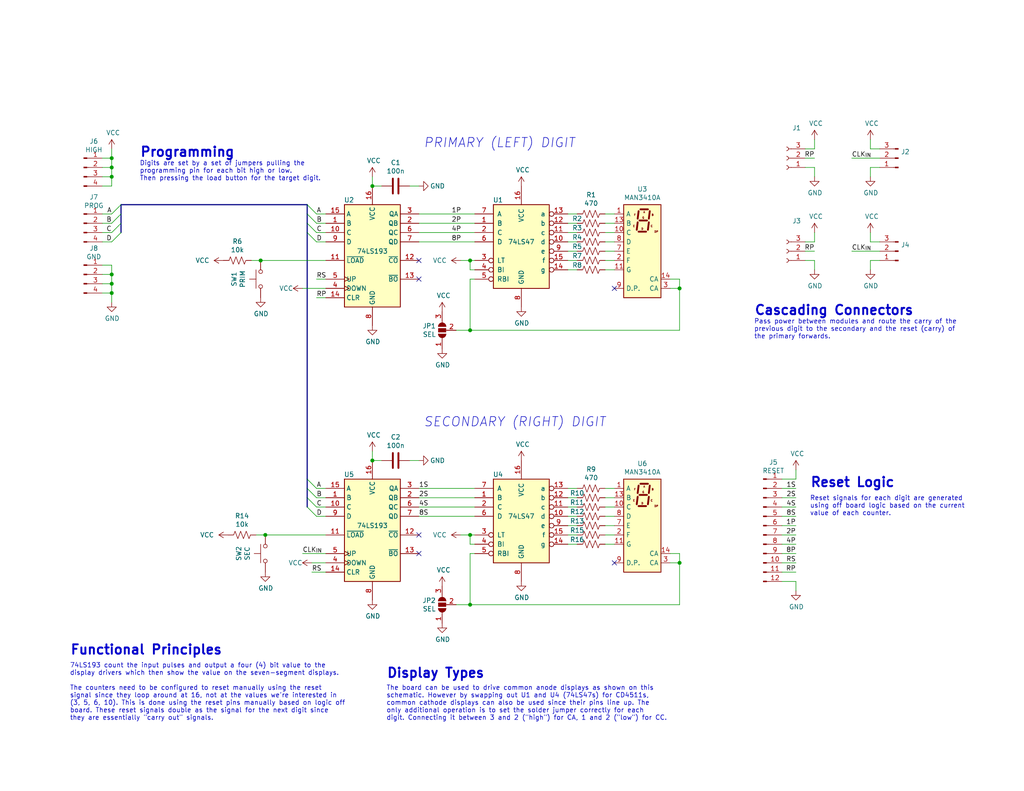
<source format=kicad_sch>
(kicad_sch (version 20211123) (generator eeschema)
  (paper "USLetter")
  (title_block (title "Clock Display Board") (date "2021-11-28") (rev "1") (company "Savo Bajic") (comment 2 "Can be used with CC displays by swapping U1/4 for CD4511s") (comment 3 "Recives signal and power via J2/J4 and outputs to J1/J3") (comment 4 "Hardware only clock display module"))
  (lib_symbols
    (symbol "74xx:74LS193"
      (property "Reference" "U" (at -7.62 13.97 0))
      (property "Value" "74LS193" (at 5.08 13.97 0))
      (symbol "74LS193_1_0"
        (pin input line (at -12.7 7.62 0) (length 5.08) (name "B") (number "1"))
        (pin input line (at -12.7 5.08 0) (length 5.08) (name "C") (number "10"))
        (pin input line (at -12.7 -2.54 0) (length 5.08) (name "~{LOAD}") (number "11"))
        (pin output line (at 12.7 -2.54 180) (length 5.08) (name "~{CO}") (number "12"))
        (pin output line (at 12.7 -7.62 180) (length 5.08) (name "~{BO}") (number "13"))
        (pin input line (at -12.7 -12.7 0) (length 5.08) (name "CLR") (number "14"))
        (pin input line (at -12.7 10.16 0) (length 5.08) (name "A") (number "15"))
        (pin power_in line (at 0 17.78 270) (length 5.08) (name "VCC") (number "16"))
        (pin output line (at 12.7 7.62 180) (length 5.08) (name "QB") (number "2"))
        (pin output line (at 12.7 10.16 180) (length 5.08) (name "QA") (number "3"))
        (pin input clock (at -12.7 -10.16 0) (length 5.08) (name "DOWN") (number "4"))
        (pin input clock (at -12.7 -7.62 0) (length 5.08) (name "UP") (number "5"))
        (pin output line (at 12.7 5.08 180) (length 5.08) (name "QC") (number "6"))
        (pin output line (at 12.7 2.54 180) (length 5.08) (name "QD") (number "7"))
        (pin power_in line (at 0 -20.32 90) (length 5.08) (name "GND") (number "8"))
        (pin input line (at -12.7 2.54 0) (length 5.08) (name "D") (number "9"))
      )
      (symbol "74LS193_1_1"
        (rectangle (start -7.62 12.7) (end 7.62 -15.24) (stroke (width 0.254)) (fill (type background)))
      )
    )
    (symbol "74xx:74LS47" (pin_names (offset 1.016))
      (property "Reference" "U" (at -7.62 11.43 0))
      (property "Value" "74LS47" (at -7.62 -13.97 0))
      (symbol "74LS47_1_0"
        (pin input line (at -12.7 5.08 0) (length 5.08) (name "B") (number "1"))
        (pin open_collector inverted (at 12.7 0 180) (length 5.08) (name "d") (number "10"))
        (pin open_collector inverted (at 12.7 2.54 180) (length 5.08) (name "c") (number "11"))
        (pin open_collector inverted (at 12.7 5.08 180) (length 5.08) (name "b") (number "12"))
        (pin open_collector inverted (at 12.7 7.62 180) (length 5.08) (name "a") (number "13"))
        (pin open_collector inverted (at 12.7 -7.62 180) (length 5.08) (name "g") (number "14"))
        (pin open_collector inverted (at 12.7 -5.08 180) (length 5.08) (name "f") (number "15"))
        (pin power_in line (at 0 15.24 270) (length 5.08) (name "VCC") (number "16"))
        (pin input line (at -12.7 2.54 0) (length 5.08) (name "C") (number "2"))
        (pin input inverted (at -12.7 -5.08 0) (length 5.08) (name "LT") (number "3"))
        (pin input inverted (at -12.7 -7.62 0) (length 5.08) (name "BI") (number "4"))
        (pin input inverted (at -12.7 -10.16 0) (length 5.08) (name "RBI") (number "5"))
        (pin input line (at -12.7 0 0) (length 5.08) (name "D") (number "6"))
        (pin input line (at -12.7 7.62 0) (length 5.08) (name "A") (number "7"))
        (pin power_in line (at 0 -17.78 90) (length 5.08) (name "GND") (number "8"))
        (pin open_collector inverted (at 12.7 -2.54 180) (length 5.08) (name "e") (number "9"))
      )
      (symbol "74LS47_1_1"
        (rectangle (start -7.62 10.16) (end 7.62 -12.7) (stroke (width 0.254)) (fill (type background)))
      )
    )
    (symbol "Connector:Conn_01x03_Female" (pin_names (offset 1.016) hide)
      (property "Reference" "J" (at 0 5.08 0))
      (property "Value" "Conn_01x03_Female" (at 0 -5.08 0))
      (symbol "Conn_01x03_Female_1_1"
        (arc (start 0 -2.032) (mid -0.508 -2.54) (end 0 -3.048) (stroke (width 0.1524)))
        (polyline (pts (xy -1.27 -2.54) (xy -0.508 -2.54)) (stroke (width 0.1524)))
        (polyline (pts (xy -1.27 0) (xy -0.508 0)) (stroke (width 0.1524)))
        (polyline (pts (xy -1.27 2.54) (xy -0.508 2.54)) (stroke (width 0.1524)))
        (arc (start 0 0.508) (mid -0.508 0) (end 0 -0.508) (stroke (width 0.1524)))
        (arc (start 0 3.048) (mid -0.508 2.54) (end 0 2.032) (stroke (width 0.1524)))
        (pin passive line (at -5.08 2.54 0) (length 3.81) (name "Pin_1") (number "1"))
        (pin passive line (at -5.08 0 0) (length 3.81) (name "Pin_2") (number "2"))
        (pin passive line (at -5.08 -2.54 0) (length 3.81) (name "Pin_3") (number "3"))
      )
    )
    (symbol "Connector:Conn_01x03_Male" (pin_names (offset 1.016) hide)
      (property "Reference" "J" (at 0 5.08 0))
      (property "Value" "Conn_01x03_Male" (at 0 -5.08 0))
      (symbol "Conn_01x03_Male_1_1"
        (polyline (pts (xy 1.27 -2.54) (xy 0.8636 -2.54)) (stroke (width 0.1524)))
        (polyline (pts (xy 1.27 0) (xy 0.8636 0)) (stroke (width 0.1524)))
        (polyline (pts (xy 1.27 2.54) (xy 0.8636 2.54)) (stroke (width 0.1524)))
        (rectangle (start 0.8636 -2.413) (end 0 -2.667) (stroke (width 0.1524)) (fill (type outline)))
        (rectangle (start 0.8636 0.127) (end 0 -0.127) (stroke (width 0.1524)) (fill (type outline)))
        (rectangle (start 0.8636 2.667) (end 0 2.413) (stroke (width 0.1524)) (fill (type outline)))
        (pin passive line (at 5.08 2.54 180) (length 3.81) (name "Pin_1") (number "1"))
        (pin passive line (at 5.08 0 180) (length 3.81) (name "Pin_2") (number "2"))
        (pin passive line (at 5.08 -2.54 180) (length 3.81) (name "Pin_3") (number "3"))
      )
    )
    (symbol "Connector:Conn_01x04_Male" (pin_names (offset 1.016) hide)
      (property "Reference" "J" (at 0 5.08 0))
      (property "Value" "Conn_01x04_Male" (at 0 -7.62 0))
      (symbol "Conn_01x04_Male_1_1"
        (polyline (pts (xy 1.27 -5.08) (xy 0.8636 -5.08)) (stroke (width 0.1524)))
        (polyline (pts (xy 1.27 -2.54) (xy 0.8636 -2.54)) (stroke (width 0.1524)))
        (polyline (pts (xy 1.27 0) (xy 0.8636 0)) (stroke (width 0.1524)))
        (polyline (pts (xy 1.27 2.54) (xy 0.8636 2.54)) (stroke (width 0.1524)))
        (rectangle (start 0.8636 -4.953) (end 0 -5.207) (stroke (width 0.1524)) (fill (type outline)))
        (rectangle (start 0.8636 -2.413) (end 0 -2.667) (stroke (width 0.1524)) (fill (type outline)))
        (rectangle (start 0.8636 0.127) (end 0 -0.127) (stroke (width 0.1524)) (fill (type outline)))
        (rectangle (start 0.8636 2.667) (end 0 2.413) (stroke (width 0.1524)) (fill (type outline)))
        (pin passive line (at 5.08 2.54 180) (length 3.81) (name "Pin_1") (number "1"))
        (pin passive line (at 5.08 0 180) (length 3.81) (name "Pin_2") (number "2"))
        (pin passive line (at 5.08 -2.54 180) (length 3.81) (name "Pin_3") (number "3"))
        (pin passive line (at 5.08 -5.08 180) (length 3.81) (name "Pin_4") (number "4"))
      )
    )
    (symbol "Connector:Conn_01x12_Male" (pin_names (offset 1.016) hide)
      (property "Reference" "J" (at 0 15.24 0))
      (property "Value" "Conn_01x12_Male" (at 0 -17.78 0))
      (symbol "Conn_01x12_Male_1_1"
        (polyline (pts (xy 1.27 -15.24) (xy 0.8636 -15.24)) (stroke (width 0.1524)))
        (polyline (pts (xy 1.27 -12.7) (xy 0.8636 -12.7)) (stroke (width 0.1524)))
        (polyline (pts (xy 1.27 -10.16) (xy 0.8636 -10.16)) (stroke (width 0.1524)))
        (polyline (pts (xy 1.27 -7.62) (xy 0.8636 -7.62)) (stroke (width 0.1524)))
        (polyline (pts (xy 1.27 -5.08) (xy 0.8636 -5.08)) (stroke (width 0.1524)))
        (polyline (pts (xy 1.27 -2.54) (xy 0.8636 -2.54)) (stroke (width 0.1524)))
        (polyline (pts (xy 1.27 0) (xy 0.8636 0)) (stroke (width 0.1524)))
        (polyline (pts (xy 1.27 2.54) (xy 0.8636 2.54)) (stroke (width 0.1524)))
        (polyline (pts (xy 1.27 5.08) (xy 0.8636 5.08)) (stroke (width 0.1524)))
        (polyline (pts (xy 1.27 7.62) (xy 0.8636 7.62)) (stroke (width 0.1524)))
        (polyline (pts (xy 1.27 10.16) (xy 0.8636 10.16)) (stroke (width 0.1524)))
        (polyline (pts (xy 1.27 12.7) (xy 0.8636 12.7)) (stroke (width 0.1524)))
        (rectangle (start 0.8636 -15.113) (end 0 -15.367) (stroke (width 0.1524)) (fill (type outline)))
        (rectangle (start 0.8636 -12.573) (end 0 -12.827) (stroke (width 0.1524)) (fill (type outline)))
        (rectangle (start 0.8636 -10.033) (end 0 -10.287) (stroke (width 0.1524)) (fill (type outline)))
        (rectangle (start 0.8636 -7.493) (end 0 -7.747) (stroke (width 0.1524)) (fill (type outline)))
        (rectangle (start 0.8636 -4.953) (end 0 -5.207) (stroke (width 0.1524)) (fill (type outline)))
        (rectangle (start 0.8636 -2.413) (end 0 -2.667) (stroke (width 0.1524)) (fill (type outline)))
        (rectangle (start 0.8636 0.127) (end 0 -0.127) (stroke (width 0.1524)) (fill (type outline)))
        (rectangle (start 0.8636 2.667) (end 0 2.413) (stroke (width 0.1524)) (fill (type outline)))
        (rectangle (start 0.8636 5.207) (end 0 4.953) (stroke (width 0.1524)) (fill (type outline)))
        (rectangle (start 0.8636 7.747) (end 0 7.493) (stroke (width 0.1524)) (fill (type outline)))
        (rectangle (start 0.8636 10.287) (end 0 10.033) (stroke (width 0.1524)) (fill (type outline)))
        (rectangle (start 0.8636 12.827) (end 0 12.573) (stroke (width 0.1524)) (fill (type outline)))
        (pin passive line (at 5.08 12.7 180) (length 3.81) (name "Pin_1") (number "1"))
        (pin passive line (at 5.08 -10.16 180) (length 3.81) (name "Pin_10") (number "10"))
        (pin passive line (at 5.08 -12.7 180) (length 3.81) (name "Pin_11") (number "11"))
        (pin passive line (at 5.08 -15.24 180) (length 3.81) (name "Pin_12") (number "12"))
        (pin passive line (at 5.08 10.16 180) (length 3.81) (name "Pin_2") (number "2"))
        (pin passive line (at 5.08 7.62 180) (length 3.81) (name "Pin_3") (number "3"))
        (pin passive line (at 5.08 5.08 180) (length 3.81) (name "Pin_4") (number "4"))
        (pin passive line (at 5.08 2.54 180) (length 3.81) (name "Pin_5") (number "5"))
        (pin passive line (at 5.08 0 180) (length 3.81) (name "Pin_6") (number "6"))
        (pin passive line (at 5.08 -2.54 180) (length 3.81) (name "Pin_7") (number "7"))
        (pin passive line (at 5.08 -5.08 180) (length 3.81) (name "Pin_8") (number "8"))
        (pin passive line (at 5.08 -7.62 180) (length 3.81) (name "Pin_9") (number "9"))
      )
    )
    (symbol "Device:C" (pin_numbers hide) (pin_names (offset 0.254))
      (property "Reference" "C" (at 0.635 2.54 0))
      (property "Value" "C" (at 0.635 -2.54 0))
      (symbol "C_0_1"
        (polyline (pts (xy -2.032 -0.762) (xy 2.032 -0.762)) (stroke (width 0.508)))
        (polyline (pts (xy -2.032 0.762) (xy 2.032 0.762)) (stroke (width 0.508)))
      )
      (symbol "C_1_1"
        (pin passive line (at 0 3.81 270) (length 2.794) (name "~") (number "1"))
        (pin passive line (at 0 -3.81 90) (length 2.794) (name "~") (number "2"))
      )
    )
    (symbol "Device:R_US" (pin_numbers hide) (pin_names (offset 0))
      (property "Reference" "R" (at 2.54 0 90))
      (property "Value" "R_US" (at -2.54 0 90))
      (symbol "R_US_0_1"
        (polyline (pts (xy 0 -2.286) (xy 0 -2.54)))
        (polyline (pts (xy 0 2.286) (xy 0 2.54)))
        (polyline (pts (xy 0 -0.762) (xy 1.016 -1.143) (xy 0 -1.524) (xy -1.016 -1.905) (xy 0 -2.286)))
        (polyline (pts (xy 0 0.762) (xy 1.016 0.381) (xy 0 0) (xy -1.016 -0.381) (xy 0 -0.762)))
        (polyline (pts (xy 0 2.286) (xy 1.016 1.905) (xy 0 1.524) (xy -1.016 1.143) (xy 0 0.762)))
      )
      (symbol "R_US_1_1"
        (pin passive line (at 0 3.81 270) (length 1.27) (name "~") (number "1"))
        (pin passive line (at 0 -3.81 90) (length 1.27) (name "~") (number "2"))
      )
    )
    (symbol "Display_Character:MAN3410A" (pin_names (offset 0.635))
      (property "Reference" "U" (at -2.54 13.97 0))
      (property "Value" "MAN3410A" (at 5.08 -14.224 0))
      (symbol "MAN3410A_0_0"
        (text "A" (at 0.508 10.668 0) (effects (font (size 0.508 0.508))))
        (text "B" (at 2.794 9.906 0) (effects (font (size 0.508 0.508))))
        (text "C" (at 2.54 6.858 0) (effects (font (size 0.508 0.508))))
        (text "D" (at 0 6.096 0) (effects (font (size 0.508 0.508))))
        (text "DP" (at 3.81 5.334 0) (effects (font (size 0.508 0.508))))
        (text "E" (at -2.286 6.858 0) (effects (font (size 0.508 0.508))))
        (text "F" (at -2.032 9.906 0) (effects (font (size 0.508 0.508))))
        (text "G" (at 0.254 9.144 0) (effects (font (size 0.508 0.508))))
      )
      (symbol "MAN3410A_0_1"
        (rectangle (start -5.08 12.7) (end 5.08 -12.7) (stroke (width 0.254)) (fill (type background)))
        (polyline (pts (xy -1.27 7.874) (xy -1.524 5.842)) (stroke (width 0.508)))
        (polyline (pts (xy -1.016 5.334) (xy 1.016 5.334)) (stroke (width 0.508)))
        (polyline (pts (xy -1.016 10.922) (xy -1.27 8.89)) (stroke (width 0.508)))
        (polyline (pts (xy -0.762 8.382) (xy 1.27 8.382)) (stroke (width 0.508)))
        (polyline (pts (xy -0.508 11.43) (xy 1.524 11.43)) (stroke (width 0.508)))
        (polyline (pts (xy 1.778 7.874) (xy 1.524 5.842)) (stroke (width 0.508)))
        (polyline (pts (xy 2.032 10.922) (xy 1.778 8.89)) (stroke (width 0.508)))
        (polyline (pts (xy 2.794 5.334) (xy 2.794 5.334)) (stroke (width 0.508)))
      )
      (symbol "MAN3410A_1_1"
        (pin input line (at -7.62 10.16 0) (length 2.54) (name "A") (number "1"))
        (pin input line (at -7.62 5.08 0) (length 2.54) (name "C") (number "10"))
        (pin input line (at -7.62 -5.08 0) (length 2.54) (name "G") (number "11"))
        (pin no_connect line (at 7.62 -5.08 180) (length 2.54) hide (name "NC") (number "12"))
        (pin input line (at -7.62 7.62 0) (length 2.54) (name "B") (number "13"))
        (pin input line (at 7.62 -7.62 180) (length 2.54) (name "CA") (number "14"))
        (pin input line (at -7.62 -2.54 0) (length 2.54) (name "F") (number "2"))
        (pin input line (at 7.62 -10.16 180) (length 2.54) (name "CA") (number "3"))
        (pin no_connect line (at 7.62 2.54 180) (length 2.54) hide (name "NC") (number "4"))
        (pin no_connect line (at 7.62 0 180) (length 2.54) hide (name "NC") (number "5"))
        (pin no_connect line (at 7.62 -2.54 180) (length 2.54) hide (name "NC") (number "6"))
        (pin input line (at -7.62 0 0) (length 2.54) (name "E") (number "7"))
        (pin input line (at -7.62 2.54 0) (length 2.54) (name "D") (number "8"))
        (pin input line (at -7.62 -10.16 0) (length 2.54) (name "D.P.") (number "9"))
      )
    )
    (symbol "Jumper:SolderJumper_3_Open" (pin_names (offset 0) hide)
      (property "Reference" "JP" (at -2.54 -2.54 0))
      (property "Value" "SolderJumper_3_Open" (at 0 2.794 0))
      (symbol "SolderJumper_3_Open_0_1"
        (arc (start -1.016 1.016) (mid -2.032 0) (end -1.016 -1.016))
        (arc (start -1.016 1.016) (mid -2.032 0) (end -1.016 -1.016) (fill (type outline)))
        (rectangle (start -0.508 1.016) (end 0.508 -1.016) (fill (type outline)))
        (polyline (pts (xy -2.54 0) (xy -2.032 0)))
        (polyline (pts (xy -1.016 1.016) (xy -1.016 -1.016)))
        (polyline (pts (xy 0 -1.27) (xy 0 -1.016)))
        (polyline (pts (xy 1.016 1.016) (xy 1.016 -1.016)))
        (polyline (pts (xy 2.54 0) (xy 2.032 0)))
        (arc (start 1.016 -1.016) (mid 2.032 0) (end 1.016 1.016))
        (arc (start 1.016 -1.016) (mid 2.032 0) (end 1.016 1.016) (fill (type outline)))
      )
      (symbol "SolderJumper_3_Open_1_1"
        (pin passive line (at -5.08 0 0) (length 2.54) (name "A") (number "1"))
        (pin input line (at 0 -3.81 90) (length 2.54) (name "C") (number "2"))
        (pin passive line (at 5.08 0 180) (length 2.54) (name "B") (number "3"))
      )
    )
    (symbol "Switch:SW_Push" (pin_numbers hide) (pin_names (offset 1.016) hide)
      (property "Reference" "SW" (at 1.27 2.54 0))
      (property "Value" "SW_Push" (at 0 -1.524 0))
      (symbol "SW_Push_0_1"
        (circle (center -2.032 0) (radius 0.508))
        (polyline (pts (xy 0 1.27) (xy 0 3.048)))
        (polyline (pts (xy 2.54 1.27) (xy -2.54 1.27)))
        (circle (center 2.032 0) (radius 0.508))
        (pin passive line (at -5.08 0 0) (length 2.54) (name "1") (number "1"))
        (pin passive line (at 5.08 0 180) (length 2.54) (name "2") (number "2"))
      )
    )
    (symbol "power:GND" (power) (pin_names (offset 0))
      (property "Value" "GND" (at 0 -3.81 0))
      (symbol "GND_0_1"
        (polyline (pts (xy 0 0) (xy 0 -1.27) (xy 1.27 -1.27) (xy 0 -2.54) (xy -1.27 -1.27) (xy 0 -1.27)))
      )
      (symbol "GND_1_1"
        (pin power_in line (at 0 0 270) (length 0) hide (name "GND") (number "1"))
      )
    )
    (symbol "power:VCC" (power) (pin_names (offset 0))
      (property "Value" "VCC" (at 0 3.81 0))
      (symbol "VCC_0_1"
        (polyline (pts (xy -0.762 1.27) (xy 0 2.54)))
        (polyline (pts (xy 0 0) (xy 0 2.54)))
        (polyline (pts (xy 0 2.54) (xy 0.762 1.27)))
      )
      (symbol "VCC_1_1"
        (pin power_in line (at 0 0 90) (length 0) hide (name "VCC") (number "1"))
      )
    )
  )
  (junction (at 30.48 80.01))
  (junction (at 30.48 48.26))
  (junction (at 30.48 43.18))
  (junction (at 72.39 146.05))
  (junction (at 30.48 77.47))
  (junction (at 185.42 153.67))
  (junction (at 30.48 74.93))
  (junction (at 128.27 165.1))
  (junction (at 71.12 71.12))
  (junction (at 101.6 125.73))
  (junction (at 101.6 50.8))
  (junction (at 128.27 90.17))
  (junction (at 30.48 45.72))
  (junction (at 128.27 146.05))
  (junction (at 185.42 78.74))
  (junction (at 128.27 71.12))
  (no_connect (at 114.3 71.12))
  (no_connect (at 167.64 153.67))
  (no_connect (at 114.3 146.05))
  (no_connect (at 167.64 78.74))
  (no_connect (at 114.3 76.2))
  (no_connect (at 114.3 151.13))
  (bus_entry (at 83.82 58.42) (size 2.54 2.54))
  (bus_entry (at 30.48 63.5) (size 2.54 -2.54))
  (bus_entry (at 83.82 63.5) (size 2.54 2.54))
  (bus_entry (at 30.48 60.96) (size 2.54 -2.54))
  (bus_entry (at 83.82 130.81) (size 2.54 2.54))
  (bus_entry (at 83.82 60.96) (size 2.54 2.54))
  (bus_entry (at 83.82 133.35) (size 2.54 2.54))
  (bus_entry (at 30.48 66.04) (size 2.54 -2.54))
  (bus_entry (at 83.82 135.89) (size 2.54 2.54))
  (bus_entry (at 30.48 58.42) (size 2.54 -2.54))
  (bus_entry (at 83.82 55.88) (size 2.54 2.54))
  (bus_entry (at 83.82 138.43) (size 2.54 2.54))
  (wire (pts (xy 27.94 45.72) (xy 30.48 45.72)))
  (wire (pts (xy 213.36 158.75) (xy 217.17 158.75)))
  (wire (pts (xy 128.27 76.2) (xy 128.27 90.17)))
  (wire (pts (xy 232.41 43.18) (xy 240.03 43.18)))
  (wire (pts (xy 213.36 130.81) (xy 217.17 130.81)))
  (wire (pts (xy 68.58 71.12) (xy 71.12 71.12)))
  (wire (pts (xy 125.73 71.12) (xy 128.27 71.12)))
  (wire (pts (xy 222.25 66.04) (xy 219.71 66.04)))
  (wire (pts (xy 217.17 161.29) (xy 217.17 158.75)))
  (wire (pts (xy 154.94 68.58) (xy 157.48 68.58)))
  (wire (pts (xy 217.17 130.81) (xy 217.17 128.27)))
  (wire (pts (xy 82.55 78.74) (xy 88.9 78.74)))
  (wire (pts (xy 27.94 58.42) (xy 30.48 58.42)))
  (wire (pts (xy 128.27 151.13) (xy 128.27 165.1)))
  (wire (pts (xy 222.25 45.72) (xy 222.25 48.26)))
  (wire (pts (xy 114.3 133.35) (xy 129.54 133.35)))
  (wire (pts (xy 128.27 165.1) (xy 185.42 165.1)))
  (wire (pts (xy 165.1 140.97) (xy 167.64 140.97)))
  (wire (pts (xy 182.88 151.13) (xy 185.42 151.13)))
  (wire (pts (xy 232.41 68.58) (xy 240.03 68.58)))
  (wire (pts (xy 213.36 151.13) (xy 217.17 151.13)))
  (wire (pts (xy 128.27 90.17) (xy 185.42 90.17)))
  (wire (pts (xy 30.48 80.01) (xy 30.48 82.55)))
  (wire (pts (xy 182.88 76.2) (xy 185.42 76.2)))
  (wire (pts (xy 30.48 74.93) (xy 30.48 77.47)))
  (wire (pts (xy 165.1 146.05) (xy 167.64 146.05)))
  (wire (pts (xy 69.85 146.05) (xy 72.39 146.05)))
  (wire (pts (xy 154.94 60.96) (xy 157.48 60.96)))
  (wire (pts (xy 237.49 73.66) (xy 237.49 71.12)))
  (wire (pts (xy 114.3 125.73) (xy 111.76 125.73)))
  (wire (pts (xy 165.1 58.42) (xy 167.64 58.42)))
  (wire (pts (xy 213.36 143.51) (xy 217.17 143.51)))
  (wire (pts (xy 157.48 135.89) (xy 154.94 135.89)))
  (wire (pts (xy 104.14 50.8) (xy 101.6 50.8)))
  (wire (pts (xy 86.36 138.43) (xy 88.9 138.43)))
  (wire (pts (xy 185.42 153.67) (xy 182.88 153.67)))
  (wire (pts (xy 165.1 143.51) (xy 167.64 143.51)))
  (wire (pts (xy 86.36 60.96) (xy 88.9 60.96)))
  (wire (pts (xy 165.1 60.96) (xy 167.64 60.96)))
  (wire (pts (xy 219.71 40.64) (xy 222.25 40.64)))
  (wire (pts (xy 30.48 43.18) (xy 30.48 40.64)))
  (wire (pts (xy 157.48 143.51) (xy 154.94 143.51)))
  (wire (pts (xy 213.36 135.89) (xy 217.17 135.89)))
  (wire (pts (xy 237.49 48.26) (xy 237.49 45.72)))
  (wire (pts (xy 128.27 146.05) (xy 129.54 146.05)))
  (wire (pts (xy 86.36 140.97) (xy 88.9 140.97)))
  (wire (pts (xy 185.42 165.1) (xy 185.42 153.67)))
  (wire (pts (xy 27.94 60.96) (xy 30.48 60.96)))
  (wire (pts (xy 157.48 148.59) (xy 154.94 148.59)))
  (wire (pts (xy 213.36 148.59) (xy 217.17 148.59)))
  (wire (pts (xy 27.94 72.39) (xy 30.48 72.39)))
  (wire (pts (xy 86.36 135.89) (xy 88.9 135.89)))
  (wire (pts (xy 114.3 60.96) (xy 129.54 60.96)))
  (wire (pts (xy 128.27 73.66) (xy 129.54 73.66)))
  (bus (pts (xy 83.82 63.5) (xy 83.82 130.81)))
  (wire (pts (xy 154.94 73.66) (xy 157.48 73.66)))
  (wire (pts (xy 124.46 90.17) (xy 128.27 90.17)))
  (bus (pts (xy 83.82 130.81) (xy 83.82 133.35)))
  (wire (pts (xy 86.36 58.42) (xy 88.9 58.42)))
  (wire (pts (xy 185.42 78.74) (xy 185.42 76.2)))
  (wire (pts (xy 27.94 77.47) (xy 30.48 77.47)))
  (wire (pts (xy 165.1 73.66) (xy 167.64 73.66)))
  (wire (pts (xy 30.48 77.47) (xy 30.48 80.01)))
  (wire (pts (xy 30.48 45.72) (xy 30.48 43.18)))
  (wire (pts (xy 185.42 90.17) (xy 185.42 78.74)))
  (wire (pts (xy 72.39 146.05) (xy 88.9 146.05)))
  (wire (pts (xy 128.27 148.59) (xy 129.54 148.59)))
  (wire (pts (xy 125.73 146.05) (xy 128.27 146.05)))
  (wire (pts (xy 213.36 138.43) (xy 217.17 138.43)))
  (wire (pts (xy 71.12 71.12) (xy 88.9 71.12)))
  (wire (pts (xy 114.3 140.97) (xy 129.54 140.97)))
  (wire (pts (xy 27.94 80.01) (xy 30.48 80.01)))
  (bus (pts (xy 83.82 135.89) (xy 83.82 138.43)))
  (wire (pts (xy 86.36 81.28) (xy 88.9 81.28)))
  (bus (pts (xy 33.02 55.88) (xy 83.82 55.88)))
  (wire (pts (xy 165.1 133.35) (xy 167.64 133.35)))
  (wire (pts (xy 165.1 138.43) (xy 167.64 138.43)))
  (wire (pts (xy 182.88 78.74) (xy 185.42 78.74)))
  (wire (pts (xy 114.3 63.5) (xy 129.54 63.5)))
  (wire (pts (xy 111.76 50.8) (xy 114.3 50.8)))
  (wire (pts (xy 124.46 165.1) (xy 128.27 165.1)))
  (wire (pts (xy 27.94 63.5) (xy 30.48 63.5)))
  (wire (pts (xy 114.3 66.04) (xy 129.54 66.04)))
  (bus (pts (xy 33.02 60.96) (xy 33.02 63.5)))
  (wire (pts (xy 165.1 148.59) (xy 167.64 148.59)))
  (wire (pts (xy 30.48 50.8) (xy 30.48 48.26)))
  (wire (pts (xy 157.48 146.05) (xy 154.94 146.05)))
  (bus (pts (xy 83.82 55.88) (xy 83.82 58.42)))
  (wire (pts (xy 154.94 63.5) (xy 157.48 63.5)))
  (wire (pts (xy 165.1 66.04) (xy 167.64 66.04)))
  (wire (pts (xy 222.25 40.64) (xy 222.25 38.1)))
  (wire (pts (xy 86.36 63.5) (xy 88.9 63.5)))
  (wire (pts (xy 114.3 58.42) (xy 129.54 58.42)))
  (bus (pts (xy 33.02 58.42) (xy 33.02 60.96)))
  (bus (pts (xy 83.82 58.42) (xy 83.82 60.96)))
  (bus (pts (xy 33.02 55.88) (xy 33.02 58.42)))
  (wire (pts (xy 237.49 45.72) (xy 240.03 45.72)))
  (wire (pts (xy 154.94 66.04) (xy 157.48 66.04)))
  (wire (pts (xy 237.49 71.12) (xy 240.03 71.12)))
  (wire (pts (xy 128.27 76.2) (xy 129.54 76.2)))
  (wire (pts (xy 157.48 140.97) (xy 154.94 140.97)))
  (wire (pts (xy 27.94 66.04) (xy 30.48 66.04)))
  (wire (pts (xy 154.94 58.42) (xy 157.48 58.42)))
  (wire (pts (xy 114.3 138.43) (xy 129.54 138.43)))
  (wire (pts (xy 165.1 68.58) (xy 167.64 68.58)))
  (wire (pts (xy 213.36 140.97) (xy 217.17 140.97)))
  (bus (pts (xy 83.82 133.35) (xy 83.82 135.89)))
  (wire (pts (xy 237.49 63.5) (xy 237.49 66.04)))
  (wire (pts (xy 85.09 156.21) (xy 88.9 156.21)))
  (wire (pts (xy 114.3 135.89) (xy 129.54 135.89)))
  (wire (pts (xy 237.49 66.04) (xy 240.03 66.04)))
  (wire (pts (xy 27.94 48.26) (xy 30.48 48.26)))
  (wire (pts (xy 101.6 123.19) (xy 101.6 125.73)))
  (wire (pts (xy 27.94 43.18) (xy 30.48 43.18)))
  (wire (pts (xy 128.27 151.13) (xy 129.54 151.13)))
  (wire (pts (xy 82.55 151.13) (xy 88.9 151.13)))
  (wire (pts (xy 85.09 153.67) (xy 88.9 153.67)))
  (wire (pts (xy 222.25 71.12) (xy 222.25 73.66)))
  (bus (pts (xy 83.82 60.96) (xy 83.82 63.5)))
  (wire (pts (xy 165.1 135.89) (xy 167.64 135.89)))
  (wire (pts (xy 222.25 63.5) (xy 222.25 66.04)))
  (wire (pts (xy 154.94 71.12) (xy 157.48 71.12)))
  (wire (pts (xy 101.6 50.8) (xy 101.6 48.26)))
  (wire (pts (xy 86.36 76.2) (xy 88.9 76.2)))
  (wire (pts (xy 104.14 125.73) (xy 101.6 125.73)))
  (wire (pts (xy 157.48 133.35) (xy 154.94 133.35)))
  (wire (pts (xy 157.48 138.43) (xy 154.94 138.43)))
  (wire (pts (xy 213.36 153.67) (xy 217.17 153.67)))
  (wire (pts (xy 213.36 156.21) (xy 217.17 156.21)))
  (wire (pts (xy 237.49 40.64) (xy 240.03 40.64)))
  (wire (pts (xy 165.1 71.12) (xy 167.64 71.12)))
  (wire (pts (xy 185.42 151.13) (xy 185.42 153.67)))
  (wire (pts (xy 237.49 38.1) (xy 237.49 40.64)))
  (wire (pts (xy 30.48 48.26) (xy 30.48 45.72)))
  (wire (pts (xy 213.36 133.35) (xy 217.17 133.35)))
  (wire (pts (xy 128.27 146.05) (xy 128.27 148.59)))
  (wire (pts (xy 30.48 72.39) (xy 30.48 74.93)))
  (wire (pts (xy 86.36 66.04) (xy 88.9 66.04)))
  (wire (pts (xy 27.94 50.8) (xy 30.48 50.8)))
  (wire (pts (xy 128.27 71.12) (xy 128.27 73.66)))
  (wire (pts (xy 219.71 45.72) (xy 222.25 45.72)))
  (wire (pts (xy 222.25 43.18) (xy 219.71 43.18)))
  (wire (pts (xy 86.36 133.35) (xy 88.9 133.35)))
  (wire (pts (xy 213.36 146.05) (xy 217.17 146.05)))
  (wire (pts (xy 165.1 63.5) (xy 167.64 63.5)))
  (wire (pts (xy 27.94 74.93) (xy 30.48 74.93)))
  (wire (pts (xy 219.71 68.58) (xy 222.25 68.58)))
  (wire (pts (xy 128.27 71.12) (xy 129.54 71.12)))
  (wire (pts (xy 219.71 71.12) (xy 222.25 71.12)))
  (text "Functional Principles" (at 19.05 179.07 0) (effects (font (size 2.5654 2.5654) (thickness 0.5131) bold) (justify left bottom)))
  (text "74LS193 count the input pulses and output a four (4) bit value to the\ndisplay drivers which then show the value on the seven-segment displays.\n\nThe counters need to be configured to reset manually using the reset\nsignal since they loop around at 16, not at the values we're interested in\n(3, 5, 6, 10). This is done using the reset pins manually based on logic off\nboard. These reset signals double as the signal for the next digit since\nthey are essentially \"carry out\" signals." (at 19.05 196.85 0) (effects (font (size 1.27 1.27)) (justify left bottom)))
  (text "Programming" (at 38.1 43.18 0) (effects (font (size 2.5654 2.5654) (thickness 0.5131) bold) (justify left bottom)))
  (text "Digits are set by a set of jumpers pulling the\nprogramming pin for each bit high or low.\nThen pressing the load button for the target digit." (at 38.1 49.53 0) (effects (font (size 1.27 1.27)) (justify left bottom)))
  (text "PRIMARY (LEFT) DIGIT" (at 115.57 40.64 0) (effects (font (size 2.54 2.54) italic) (justify left bottom)))
  (text "Reset Logic" (at 220.98 133.35 0) (effects (font (size 2.5654 2.5654) (thickness 0.5131) bold) (justify left bottom)))
  (text "The board can be used to drive common anode displays as shown on this\nschematic. However by swapping out U1 and U4 (74LS47s) for CD4511s,\ncommon cathode displays can also be used since their pins line up. The\nonly additional operation is to set the solder jumper correctly for each\ndigit. Connecting it between 3 and 2 (\"high\") for CA, 1 and 2 (\"low\") for CC." (at 105.41 196.85 0) (effects (font (size 1.27 1.27)) (justify left bottom)))
  (text "SECONDARY (RIGHT) DIGIT" (at 115.57 116.84 0) (effects (font (size 2.54 2.54) italic) (justify left bottom)))
  (text "Display Types" (at 105.41 185.42 0) (effects (font (size 2.5654 2.5654) (thickness 0.5131) bold) (justify left bottom)))
  (text "Cascading Connectors" (at 205.74 86.36 0) (effects (font (size 2.5654 2.5654) (thickness 0.5131) bold) (justify left bottom)))
  (text "Reset signals for each digit are generated\nusing off board logic based on the current\nvalue of each counter." (at 220.98 140.97 0) (effects (font (size 1.27 1.27)) (justify left bottom)))
  (text "Pass power between modules and route the carry of the\nprevious digit to the secondary and the reset (carry) of\nthe primary forwards." (at 205.74 92.71 0) (effects (font (size 1.27 1.27)) (justify left bottom)))
  (label "CLK_{IN}" (at 232.41 68.58 0))
  (label "C" (at 86.36 63.5 0))
  (label "8S" (at 114.3 140.97 0))
  (label "D" (at 86.36 66.04 0))
  (label "RP" (at 222.25 68.58 180))
  (label "2S" (at 114.3 135.89 0))
  (label "8P" (at 217.17 151.13 180))
  (label "D" (at 30.48 66.04 180))
  (label "2P" (at 217.17 146.05 180))
  (label "RP" (at 86.36 81.28 0))
  (label "2S" (at 217.17 135.89 180))
  (label "C" (at 30.48 63.5 180))
  (label "1S" (at 114.3 133.35 0))
  (label "RP" (at 217.17 156.21 180))
  (label "4P" (at 123.19 63.5 0))
  (label "A" (at 86.36 58.42 0))
  (label "B" (at 86.36 135.89 0))
  (label "B" (at 86.36 60.96 0))
  (label "RS" (at 217.17 153.67 180))
  (label "A" (at 86.36 133.35 0))
  (label "CLK_{IN}" (at 82.55 151.13 0))
  (label "D" (at 86.36 140.97 0))
  (label "RS" (at 85.09 156.21 0))
  (label "RS" (at 86.36 76.2 0))
  (label "4S" (at 114.3 138.43 0))
  (label "RP" (at 222.25 43.18 180))
  (label "8P" (at 123.19 66.04 0))
  (label "A" (at 30.48 58.42 180))
  (label "8S" (at 217.17 140.97 180))
  (label "CLK_{IN}" (at 232.41 43.18 0))
  (label "1P" (at 123.19 58.42 0))
  (label "B" (at 30.48 60.96 180))
  (label "2P" (at 123.19 60.96 0))
  (label "C" (at 86.36 138.43 0))
  (label "1P" (at 217.17 143.51 180))
  (label "4P" (at 217.17 148.59 180))
  (label "4S" (at 217.17 138.43 180))
  (label "1S" (at 217.17 133.35 180))
  (symbol (lib_id "Jumper:SolderJumper_3_Open") (at 120.65 165.1 90) (unit 1)
    (property "Reference" "JP2" (at 118.9228 163.9316 90) (effects (justify left)))
    (property "Value" "SEL" (at 118.9228 166.243 90) (effects (justify left)))
    (property "Footprint" "Jumper:SolderJumper-3_P1.3mm_Open_RoundedPad1.0x1.5mm" (effects hide))
  )
  (symbol (lib_id "Device:C") (at 107.95 125.73 90) (unit 1)
    (property "Reference" "C2" (at 107.95 119.3292 90))
    (property "Value" "100n" (at 107.95 121.6406 90))
    (property "Footprint" "Capacitor_THT:C_Disc_D3.8mm_W2.6mm_P2.50mm" (effects hide))
  )
  (symbol (lib_id "Device:C") (at 107.95 50.8 90) (unit 1)
    (property "Reference" "C1" (at 107.95 44.3992 90))
    (property "Value" "100n" (at 107.95 46.7106 90))
    (property "Footprint" "Capacitor_THT:C_Disc_D3.8mm_W2.6mm_P2.50mm" (effects hide))
  )
  (symbol (lib_id "Jumper:SolderJumper_3_Open") (at 120.65 90.17 90) (unit 1)
    (property "Reference" "JP1" (at 118.9482 89.0016 90) (effects (justify left)))
    (property "Value" "SEL" (at 118.9482 91.313 90) (effects (justify left)))
    (property "Footprint" "Jumper:SolderJumper-3_P1.3mm_Open_RoundedPad1.0x1.5mm" (effects hide))
  )
  (symbol (lib_id "power:GND") (at 120.65 95.25 0) (unit 1)
    (property "Reference" "#PWR020" (effects hide))
    (property "Value" "GND" (at 120.777 99.6442 0))
  )
  (symbol (lib_id "Device:R_US") (at 66.04 146.05 270) (unit 1)
    (property "Reference" "R14" (at 66.04 140.843 90))
    (property "Value" "10k" (at 66.04 143.1544 90))
    (property "Footprint" "Resistor_THT:R_Axial_DIN0207_L6.3mm_D2.5mm_P10.16mm_Horizontal" (effects hide))
  )
  (symbol (lib_id "power:GND") (at 120.65 170.18 0) (unit 1)
    (property "Reference" "#PWR033" (effects hide))
    (property "Value" "GND" (at 120.777 174.5742 0))
  )
  (symbol (lib_id "Device:R_US") (at 64.77 71.12 270) (unit 1)
    (property "Reference" "R6" (at 64.77 65.913 90))
    (property "Value" "10k" (at 64.77 68.2244 90))
    (property "Footprint" "Resistor_THT:R_Axial_DIN0207_L6.3mm_D2.5mm_P10.16mm_Horizontal" (effects hide))
  )
  (symbol (lib_id "power:GND") (at 114.3 50.8 90) (unit 1)
    (property "Reference" "#PWR06" (effects hide))
    (property "Value" "GND" (at 119.38 50.8 90))
  )
  (symbol (lib_id "power:GND") (at 114.3 125.73 90) (unit 1)
    (property "Reference" "#PWR022" (effects hide))
    (property "Value" "GND" (at 119.38 125.73 90))
  )
  (symbol (lib_id "power:GND") (at 71.12 81.28 0) (unit 1)
    (property "Reference" "#PWR016" (effects hide))
    (property "Value" "GND" (at 71.247 85.6742 0))
  )
  (symbol (lib_id "power:GND") (at 72.39 156.21 0) (unit 1)
    (property "Reference" "#PWR028" (effects hide))
    (property "Value" "GND" (at 72.517 160.6042 0))
  )
  (symbol (lib_id "Connector:Conn_01x04_Male") (at 22.86 45.72 0) (unit 1)
    (property "Reference" "J6" (at 25.6032 38.5826 0))
    (property "Value" "HIGH" (at 25.6032 40.894 0))
    (property "Footprint" "Connector_PinHeader_2.54mm:PinHeader_1x04_P2.54mm_Vertical" (effects hide))
  )
  (symbol (lib_id "Connector:Conn_01x04_Male") (at 22.86 60.96 0) (unit 1)
    (property "Reference" "J7" (at 25.6032 53.8226 0))
    (property "Value" "PROG" (at 25.6032 56.134 0))
    (property "Footprint" "Connector_PinHeader_2.54mm:PinHeader_1x04_P2.54mm_Vertical" (effects hide))
  )
  (symbol (lib_id "Connector:Conn_01x04_Male") (at 22.86 74.93 0) (unit 1)
    (property "Reference" "J8" (at 25.6032 67.7926 0))
    (property "Value" "GND" (at 25.6032 70.104 0))
    (property "Footprint" "Connector_PinHeader_2.54mm:PinHeader_1x04_P2.54mm_Vertical" (effects hide))
  )
  (symbol (lib_id "power:GND") (at 30.48 82.55 0) (unit 1)
    (property "Reference" "#PWR036" (effects hide))
    (property "Value" "GND" (at 30.607 86.9442 0))
  )
  (symbol (lib_id "power:VCC") (at 30.48 40.64 0) (unit 1)
    (property "Reference" "#PWR035" (effects hide))
    (property "Value" "VCC" (at 30.861 36.2458 0))
  )
  (symbol (lib_id "Connector:Conn_01x03_Male") (at 245.11 43.18 180) (unit 1)
    (property "Reference" "J2" (at 245.8212 41.4528 0) (effects (justify right)))
    (property "Value" "Conn_01x03_Male" (effects hide))
    (property "Footprint" "Connector_PinHeader_2.54mm:PinHeader_1x03_P2.54mm_Horizontal" (effects hide))
  )
  (symbol (lib_id "74xx:74LS47") (at 142.24 140.97 0) (unit 1)
    (property "Reference" "U4" (at 135.89 129.54 0))
    (property "Value" "74LS47" (at 142.24 140.97 0))
    (property "Footprint" "Package_DIP:DIP-16_W7.62mm" (effects hide))
    (property "Datasheet" "http://www.ti.com/lit/gpn/sn74LS47" (effects hide))
  )
  (symbol (lib_id "74xx:74LS193") (at 101.6 143.51 0) (unit 1)
    (property "Reference" "U5" (at 95.25 129.54 0))
    (property "Value" "74LS193" (at 101.6 143.51 0))
    (property "Footprint" "Package_DIP:DIP-16_W7.62mm" (effects hide))
    (property "Datasheet" "http://www.ti.com/lit/ds/symlink/sn74ls193.pdf" (effects hide))
  )
  (symbol (lib_id "Display_Character:MAN3410A") (at 175.26 143.51 0) (unit 1)
    (property "Reference" "U6" (at 175.26 126.5682 0))
    (property "Value" "MAN3410A" (at 175.26 128.8796 0))
    (property "Footprint" "Display_7Segment:MAN3410A" (effects hide))
    (property "Datasheet" "https://www.digchip.com/datasheets/parts/datasheet/161/MAN3640A-pdf.php" (effects hide))
  )
  (symbol (lib_id "Connector:Conn_01x12_Male") (at 208.28 143.51 0) (unit 1)
    (property "Reference" "J5" (at 211.0232 126.2126 0))
    (property "Value" "RESET" (at 211.0232 128.524 0))
    (property "Footprint" "Connector_PinHeader_2.54mm:PinHeader_1x12_P2.54mm_Horizontal" (effects hide))
  )
  (symbol (lib_id "Connector:Conn_01x03_Male") (at 245.11 68.58 180) (unit 1)
    (property "Reference" "J4" (at 245.8212 66.8528 0) (effects (justify right)))
    (property "Value" "Conn_01x03_Male" (effects hide))
    (property "Footprint" "Connector_PinHeader_2.54mm:PinHeader_1x03_P2.54mm_Horizontal" (effects hide))
  )
  (symbol (lib_id "Connector:Conn_01x03_Female") (at 214.63 43.18 180) (unit 1)
    (property "Reference" "J1" (at 217.3732 34.925 0))
    (property "Value" "Conn_01x03_Female" (effects hide))
    (property "Footprint" "Connector_PinSocket_2.54mm:PinSocket_1x03_P2.54mm_Horizontal" (effects hide))
  )
  (symbol (lib_id "Connector:Conn_01x03_Female") (at 214.63 68.58 180) (unit 1)
    (property "Reference" "J3" (at 217.3732 60.325 0))
    (property "Value" "Conn_01x03_Female" (effects hide))
    (property "Footprint" "Connector_PinSocket_2.54mm:PinSocket_1x03_P2.54mm_Horizontal" (effects hide))
  )
  (symbol (lib_id "power:VCC") (at 217.17 128.27 0) (unit 1)
    (property "Reference" "#PWR031" (effects hide))
    (property "Value" "VCC" (at 217.551 123.8758 0))
  )
  (symbol (lib_id "power:GND") (at 217.17 161.29 0) (unit 1)
    (property "Reference" "#PWR034" (effects hide))
    (property "Value" "GND" (at 217.297 165.6842 0))
  )
  (symbol (lib_id "74xx:74LS193") (at 101.6 68.58 0) (unit 1)
    (property "Reference" "U2" (at 95.25 54.61 0))
    (property "Value" "74LS193" (at 101.6 68.58 0))
    (property "Footprint" "Package_DIP:DIP-16_W7.62mm" (effects hide))
    (property "Datasheet" "http://www.ti.com/lit/ds/symlink/sn74ls193.pdf" (effects hide))
  )
  (symbol (lib_id "74xx:74LS47") (at 142.24 66.04 0) (unit 1)
    (property "Reference" "U1" (at 135.89 54.61 0))
    (property "Value" "74LS47" (at 142.24 66.04 0))
    (property "Footprint" "Package_DIP:DIP-16_W7.62mm" (effects hide))
    (property "Datasheet" "http://www.ti.com/lit/gpn/sn74LS47" (effects hide))
  )
  (symbol (lib_id "Display_Character:MAN3410A") (at 175.26 68.58 0) (unit 1)
    (property "Reference" "U3" (at 175.26 51.6382 0))
    (property "Value" "MAN3410A" (at 175.26 53.9496 0))
    (property "Footprint" "Display_7Segment:MAN3410A" (effects hide))
    (property "Datasheet" "https://www.digchip.com/datasheets/parts/datasheet/161/MAN3640A-pdf.php" (effects hide))
  )
  (symbol (lib_id "power:GND") (at 101.6 163.83 0) (unit 1)
    (property "Reference" "#PWR032" (effects hide))
    (property "Value" "GND" (at 101.727 168.2242 0))
  )
  (symbol (lib_id "power:GND") (at 142.24 158.75 0) (unit 1)
    (property "Reference" "#PWR029" (effects hide))
    (property "Value" "GND" (at 142.367 163.1442 0))
  )
  (symbol (lib_id "power:GND") (at 101.6 88.9 0) (unit 1)
    (property "Reference" "#PWR019" (effects hide))
    (property "Value" "GND" (at 101.727 93.2942 0))
  )
  (symbol (lib_id "power:GND") (at 142.24 83.82 0) (unit 1)
    (property "Reference" "#PWR017" (effects hide))
    (property "Value" "GND" (at 142.367 88.2142 0))
  )
  (symbol (lib_id "power:VCC") (at 101.6 48.26 0) (unit 1)
    (property "Reference" "#PWR07" (effects hide))
    (property "Value" "VCC" (at 101.981 43.8658 0))
  )
  (symbol (lib_id "power:VCC") (at 142.24 50.8 0) (unit 1)
    (property "Reference" "#PWR08" (effects hide))
    (property "Value" "VCC" (at 142.621 46.4058 0))
  )
  (symbol (lib_id "power:VCC") (at 120.65 85.09 0) (unit 1)
    (property "Reference" "#PWR018" (effects hide))
    (property "Value" "VCC" (at 121.031 80.6958 0))
  )
  (symbol (lib_id "power:VCC") (at 120.65 160.02 0) (unit 1)
    (property "Reference" "#PWR030" (effects hide))
    (property "Value" "VCC" (at 121.031 155.6258 0))
  )
  (symbol (lib_id "power:VCC") (at 101.6 123.19 0) (unit 1)
    (property "Reference" "#PWR023" (effects hide))
    (property "Value" "VCC" (at 101.981 118.7958 0))
  )
  (symbol (lib_id "power:VCC") (at 142.24 125.73 0) (unit 1)
    (property "Reference" "#PWR024" (effects hide))
    (property "Value" "VCC" (at 142.621 121.3358 0))
  )
  (symbol (lib_id "power:VCC") (at 85.09 153.67 90) (unit 1)
    (property "Reference" "#PWR027" (effects hide))
    (property "Value" "VCC" (at 82.55 153.67 90) (effects (justify left)))
  )
  (symbol (lib_id "power:VCC") (at 82.55 78.74 90) (unit 1)
    (property "Reference" "#PWR015" (effects hide))
    (property "Value" "VCC" (at 80.01 78.74 90) (effects (justify left)))
  )
  (symbol (lib_id "Device:R_US") (at 161.29 133.35 270) (unit 1)
    (property "Reference" "R9" (at 161.29 128.143 90))
    (property "Value" "470" (at 161.29 130.4544 90))
    (property "Footprint" "Resistor_THT:R_Axial_DIN0207_L6.3mm_D2.5mm_P10.16mm_Horizontal" (effects hide))
  )
  (symbol (lib_id "Device:R_US") (at 161.29 135.89 270) (unit 1)
    (property "Reference" "R10" (at 157.48 134.62 90))
    (property "Value" "470" (effects hide))
    (property "Footprint" "Resistor_THT:R_Axial_DIN0207_L6.3mm_D2.5mm_P10.16mm_Horizontal" (effects hide))
  )
  (symbol (lib_id "Device:R_US") (at 161.29 138.43 270) (unit 1)
    (property "Reference" "R11" (at 157.48 137.16 90))
    (property "Value" "470" (effects hide))
    (property "Footprint" "Resistor_THT:R_Axial_DIN0207_L6.3mm_D2.5mm_P10.16mm_Horizontal" (effects hide))
  )
  (symbol (lib_id "Device:R_US") (at 161.29 140.97 270) (unit 1)
    (property "Reference" "R12" (at 157.48 139.7 90))
    (property "Value" "470" (effects hide))
    (property "Footprint" "Resistor_THT:R_Axial_DIN0207_L6.3mm_D2.5mm_P10.16mm_Horizontal" (effects hide))
  )
  (symbol (lib_id "Device:R_US") (at 161.29 143.51 270) (unit 1)
    (property "Reference" "R13" (at 157.48 142.24 90))
    (property "Value" "470" (effects hide))
    (property "Footprint" "Resistor_THT:R_Axial_DIN0207_L6.3mm_D2.5mm_P10.16mm_Horizontal" (effects hide))
  )
  (symbol (lib_id "Device:R_US") (at 161.29 146.05 270) (unit 1)
    (property "Reference" "R15" (at 157.48 144.78 90))
    (property "Value" "470" (effects hide))
    (property "Footprint" "Resistor_THT:R_Axial_DIN0207_L6.3mm_D2.5mm_P10.16mm_Horizontal" (effects hide))
  )
  (symbol (lib_id "Device:R_US") (at 161.29 148.59 270) (unit 1)
    (property "Reference" "R16" (at 157.48 147.32 90))
    (property "Value" "470" (effects hide))
    (property "Footprint" "Resistor_THT:R_Axial_DIN0207_L6.3mm_D2.5mm_P10.16mm_Horizontal" (effects hide))
  )
  (symbol (lib_id "Device:R_US") (at 161.29 58.42 270) (unit 1)
    (property "Reference" "R1" (at 161.29 53.213 90))
    (property "Value" "470" (at 161.29 55.5244 90))
    (property "Footprint" "Resistor_THT:R_Axial_DIN0207_L6.3mm_D2.5mm_P10.16mm_Horizontal" (effects hide))
  )
  (symbol (lib_id "Device:R_US") (at 161.29 60.96 270) (unit 1)
    (property "Reference" "R2" (at 157.48 59.69 90))
    (property "Value" "470" (effects hide))
    (property "Footprint" "Resistor_THT:R_Axial_DIN0207_L6.3mm_D2.5mm_P10.16mm_Horizontal" (effects hide))
  )
  (symbol (lib_id "Device:R_US") (at 161.29 63.5 270) (unit 1)
    (property "Reference" "R3" (at 157.48 62.23 90))
    (property "Value" "470" (effects hide))
    (property "Footprint" "Resistor_THT:R_Axial_DIN0207_L6.3mm_D2.5mm_P10.16mm_Horizontal" (effects hide))
  )
  (symbol (lib_id "Device:R_US") (at 161.29 66.04 270) (unit 1)
    (property "Reference" "R4" (at 157.48 64.77 90))
    (property "Value" "470" (effects hide))
    (property "Footprint" "Resistor_THT:R_Axial_DIN0207_L6.3mm_D2.5mm_P10.16mm_Horizontal" (effects hide))
  )
  (symbol (lib_id "Device:R_US") (at 161.29 68.58 270) (unit 1)
    (property "Reference" "R5" (at 157.48 67.31 90))
    (property "Value" "470" (effects hide))
    (property "Footprint" "Resistor_THT:R_Axial_DIN0207_L6.3mm_D2.5mm_P10.16mm_Horizontal" (effects hide))
  )
  (symbol (lib_id "Device:R_US") (at 161.29 71.12 270) (unit 1)
    (property "Reference" "R7" (at 157.48 69.85 90))
    (property "Value" "470" (effects hide))
    (property "Footprint" "Resistor_THT:R_Axial_DIN0207_L6.3mm_D2.5mm_P10.16mm_Horizontal" (effects hide))
  )
  (symbol (lib_id "Device:R_US") (at 161.29 73.66 270) (unit 1)
    (property "Reference" "R8" (at 157.48 72.39 90))
    (property "Value" "470" (effects hide))
    (property "Footprint" "Resistor_THT:R_Axial_DIN0207_L6.3mm_D2.5mm_P10.16mm_Horizontal" (effects hide))
  )
  (symbol (lib_id "Switch:SW_Push") (at 71.12 76.2 90) (unit 1)
    (property "Reference" "SW1" (at 63.881 76.2 0))
    (property "Value" "PRIM" (at 66.1924 76.2 0))
    (property "Footprint" "Button_Switch_THT:SW_PUSH_6mm_H4.3mm" (effects hide))
  )
  (symbol (lib_id "Switch:SW_Push") (at 72.39 151.13 90) (unit 1)
    (property "Reference" "SW2" (at 65.151 151.13 0))
    (property "Value" "SEC" (at 67.4624 151.13 0))
    (property "Footprint" "Button_Switch_THT:SW_PUSH_6mm_H4.3mm" (effects hide))
  )
  (symbol (lib_id "power:GND") (at 222.25 73.66 0) (unit 1)
    (property "Reference" "#PWR011" (effects hide))
    (property "Value" "GND" (at 222.377 78.0542 0))
  )
  (symbol (lib_id "power:VCC") (at 222.25 63.5 0) (unit 1)
    (property "Reference" "#PWR09" (effects hide))
    (property "Value" "VCC" (at 222.631 59.1058 0))
  )
  (symbol (lib_id "power:VCC") (at 222.25 38.1 0) (unit 1)
    (property "Reference" "#PWR01" (effects hide))
    (property "Value" "VCC" (at 222.631 33.7058 0))
  )
  (symbol (lib_id "power:GND") (at 222.25 48.26 0) (unit 1)
    (property "Reference" "#PWR03" (effects hide))
    (property "Value" "GND" (at 222.377 52.6542 0))
  )
  (symbol (lib_id "power:VCC") (at 237.49 38.1 0) (unit 1)
    (property "Reference" "#PWR02" (effects hide))
    (property "Value" "VCC" (at 237.871 33.7058 0))
  )
  (symbol (lib_id "power:GND") (at 237.49 48.26 0) (unit 1)
    (property "Reference" "#PWR04" (effects hide))
    (property "Value" "GND" (at 237.617 52.6542 0))
  )
  (symbol (lib_id "power:GND") (at 237.49 73.66 0) (unit 1)
    (property "Reference" "#PWR012" (effects hide))
    (property "Value" "GND" (at 237.617 78.0542 0))
  )
  (symbol (lib_id "power:VCC") (at 237.49 63.5 0) (unit 1)
    (property "Reference" "#PWR010" (effects hide))
    (property "Value" "VCC" (at 237.871 59.1058 0))
  )
  (symbol (lib_id "power:VCC") (at 62.23 146.05 90) (unit 1)
    (property "Reference" "#PWR025" (effects hide))
    (property "Value" "VCC" (at 58.42 146.05 90) (effects (justify left)))
  )
  (symbol (lib_id "power:VCC") (at 60.96 71.12 90) (unit 1)
    (property "Reference" "#PWR013" (effects hide))
    (property "Value" "VCC" (at 57.15 71.12 90) (effects (justify left)))
  )
  (symbol (lib_id "power:VCC") (at 125.73 146.05 90) (unit 1)
    (property "Reference" "#PWR026" (effects hide))
    (property "Value" "VCC" (at 121.92 146.05 90) (effects (justify left)))
  )
  (symbol (lib_id "power:VCC") (at 125.73 71.12 90) (unit 1)
    (property "Reference" "#PWR014" (effects hide))
    (property "Value" "VCC" (at 121.92 71.12 90) (effects (justify left)))
  )
)
</source>
